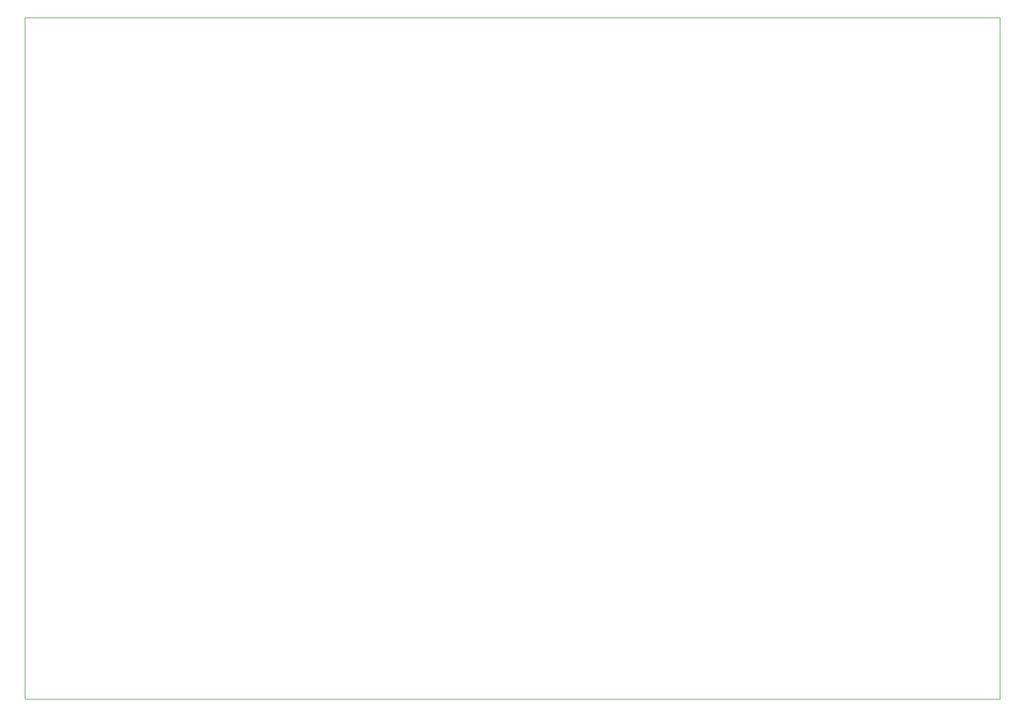
<source format=gko>
G04*
G04 #@! TF.GenerationSoftware,Altium Limited,Altium Designer,25.2.1 (25)*
G04*
G04 Layer_Color=16711935*
%FSLAX44Y44*%
%MOMM*%
G71*
G04*
G04 #@! TF.SameCoordinates,A23D3B39-E9B1-4969-97C3-F5C5B3B73B29*
G04*
G04*
G04 #@! TF.FilePolarity,Positive*
G04*
G01*
G75*
%ADD195C,0.0500*%
D195*
X-0Y1049965D02*
X0Y-35D01*
X-0Y1049965D02*
X1500250D01*
X0Y-35D02*
X597500D01*
X1500250Y-36D02*
X1500250Y1049965D01*
X597164Y-36D02*
X1500250Y-36D01*
M02*

</source>
